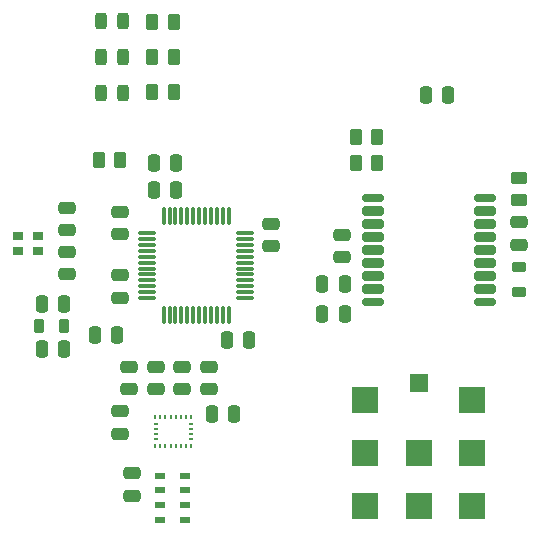
<source format=gbr>
%TF.GenerationSoftware,KiCad,Pcbnew,8.0.3*%
%TF.CreationDate,2024-07-11T15:18:24-04:00*%
%TF.ProjectId,SensorBoard,53656e73-6f72-4426-9f61-72642e6b6963,rev?*%
%TF.SameCoordinates,Original*%
%TF.FileFunction,Paste,Top*%
%TF.FilePolarity,Positive*%
%FSLAX46Y46*%
G04 Gerber Fmt 4.6, Leading zero omitted, Abs format (unit mm)*
G04 Created by KiCad (PCBNEW 8.0.3) date 2024-07-11 15:18:24*
%MOMM*%
%LPD*%
G01*
G04 APERTURE LIST*
G04 Aperture macros list*
%AMRoundRect*
0 Rectangle with rounded corners*
0 $1 Rounding radius*
0 $2 $3 $4 $5 $6 $7 $8 $9 X,Y pos of 4 corners*
0 Add a 4 corners polygon primitive as box body*
4,1,4,$2,$3,$4,$5,$6,$7,$8,$9,$2,$3,0*
0 Add four circle primitives for the rounded corners*
1,1,$1+$1,$2,$3*
1,1,$1+$1,$4,$5*
1,1,$1+$1,$6,$7*
1,1,$1+$1,$8,$9*
0 Add four rect primitives between the rounded corners*
20,1,$1+$1,$2,$3,$4,$5,0*
20,1,$1+$1,$4,$5,$6,$7,0*
20,1,$1+$1,$6,$7,$8,$9,0*
20,1,$1+$1,$8,$9,$2,$3,0*%
G04 Aperture macros list end*
%ADD10RoundRect,0.250000X-0.250000X-0.475000X0.250000X-0.475000X0.250000X0.475000X-0.250000X0.475000X0*%
%ADD11RoundRect,0.250000X0.475000X-0.250000X0.475000X0.250000X-0.475000X0.250000X-0.475000X-0.250000X0*%
%ADD12RoundRect,0.243750X-0.243750X-0.456250X0.243750X-0.456250X0.243750X0.456250X-0.243750X0.456250X0*%
%ADD13RoundRect,0.250000X-0.262500X-0.450000X0.262500X-0.450000X0.262500X0.450000X-0.262500X0.450000X0*%
%ADD14R,0.230000X0.350000*%
%ADD15R,0.350000X0.230000*%
%ADD16RoundRect,0.250000X-0.450000X0.262500X-0.450000X-0.262500X0.450000X-0.262500X0.450000X0.262500X0*%
%ADD17RoundRect,0.250000X-0.475000X0.250000X-0.475000X-0.250000X0.475000X-0.250000X0.475000X0.250000X0*%
%ADD18RoundRect,0.250000X0.250000X0.475000X-0.250000X0.475000X-0.250000X-0.475000X0.250000X-0.475000X0*%
%ADD19RoundRect,0.175000X-0.725000X-0.175000X0.725000X-0.175000X0.725000X0.175000X-0.725000X0.175000X0*%
%ADD20RoundRect,0.200000X-0.700000X-0.200000X0.700000X-0.200000X0.700000X0.200000X-0.700000X0.200000X0*%
%ADD21R,0.950000X0.550000*%
%ADD22RoundRect,0.218750X0.218750X0.381250X-0.218750X0.381250X-0.218750X-0.381250X0.218750X-0.381250X0*%
%ADD23RoundRect,0.218750X-0.381250X0.218750X-0.381250X-0.218750X0.381250X-0.218750X0.381250X0.218750X0*%
%ADD24R,0.900000X0.800000*%
%ADD25R,1.500000X1.500000*%
%ADD26R,2.300000X2.300000*%
%ADD27RoundRect,0.075000X-0.662500X-0.075000X0.662500X-0.075000X0.662500X0.075000X-0.662500X0.075000X0*%
%ADD28RoundRect,0.075000X-0.075000X-0.662500X0.075000X-0.662500X0.075000X0.662500X-0.075000X0.662500X0*%
G04 APERTURE END LIST*
D10*
%TO.C,C22*%
X91250000Y-84250000D03*
X93150000Y-84250000D03*
%TD*%
D11*
%TO.C,C21*%
X91000000Y-82150000D03*
X91000000Y-80250000D03*
%TD*%
D12*
%TO.C,D3*%
X81875000Y-57040000D03*
X83750000Y-57040000D03*
%TD*%
D13*
%TO.C,R6*%
X86175000Y-57000000D03*
X88000000Y-57000000D03*
%TD*%
D11*
%TO.C,C5*%
X83500000Y-69000000D03*
X83500000Y-67100000D03*
%TD*%
D14*
%TO.C,U4*%
X86460000Y-84500000D03*
D15*
X86490000Y-85080000D03*
X86490000Y-85510000D03*
X86490000Y-85940000D03*
X86490000Y-86370000D03*
D14*
X86460000Y-86950000D03*
X86890000Y-86950000D03*
X87320000Y-86950000D03*
X87750000Y-86950000D03*
X88180000Y-86950000D03*
X88610000Y-86950000D03*
X89040000Y-86950000D03*
X89470000Y-86950000D03*
D15*
X89440000Y-86370000D03*
X89440000Y-85940000D03*
X89440000Y-85510000D03*
X89440000Y-85080000D03*
D14*
X89470000Y-84500000D03*
X89040000Y-84500000D03*
X88610000Y-84500000D03*
X88180000Y-84500000D03*
X87750000Y-84500000D03*
X87320000Y-84500000D03*
X86890000Y-84500000D03*
%TD*%
D10*
%TO.C,C17*%
X81350000Y-77500000D03*
X83250000Y-77500000D03*
%TD*%
%TO.C,C8*%
X78750000Y-78750000D03*
X76850000Y-78750000D03*
%TD*%
D12*
%TO.C,D1*%
X81875000Y-50960000D03*
X83750000Y-50960000D03*
%TD*%
D16*
%TO.C,R9*%
X117250000Y-64250000D03*
X117250000Y-66075000D03*
%TD*%
D10*
%TO.C,C2*%
X86350000Y-65250000D03*
X88250000Y-65250000D03*
%TD*%
D17*
%TO.C,C10*%
X79000000Y-66750000D03*
X79000000Y-68650000D03*
%TD*%
D18*
%TO.C,C9*%
X111250000Y-57250000D03*
X109350000Y-57250000D03*
%TD*%
D10*
%TO.C,C1*%
X86350000Y-63000000D03*
X88250000Y-63000000D03*
%TD*%
D11*
%TO.C,C6*%
X83500000Y-74400000D03*
X83500000Y-72500000D03*
%TD*%
D19*
%TO.C,U3*%
X104880000Y-65980000D03*
D20*
X104880000Y-67080000D03*
X104880000Y-68180000D03*
X104880000Y-69280000D03*
X104880000Y-70380000D03*
X104880000Y-71480000D03*
X104880000Y-72580000D03*
X104880000Y-73680000D03*
D19*
X104880000Y-74780000D03*
X114380000Y-74780000D03*
D20*
X114380000Y-73680000D03*
X114380000Y-72580000D03*
X114380000Y-71480000D03*
X114380000Y-70380000D03*
X114380000Y-69280000D03*
X114380000Y-68180000D03*
X114380000Y-67080000D03*
D19*
X114380000Y-65980000D03*
%TD*%
D13*
%TO.C,R4*%
X103425000Y-60750000D03*
X105250000Y-60750000D03*
%TD*%
%TO.C,R2*%
X86175000Y-51000000D03*
X88000000Y-51000000D03*
%TD*%
D11*
%TO.C,C19*%
X83500000Y-85900000D03*
X83500000Y-84000000D03*
%TD*%
%TO.C,C11*%
X79000000Y-72400000D03*
X79000000Y-70500000D03*
%TD*%
D21*
%TO.C,U2*%
X86850000Y-89450000D03*
X86850000Y-90700000D03*
X86850000Y-91950000D03*
X86850000Y-93200000D03*
X89000000Y-93200000D03*
X89000000Y-91950000D03*
X89000000Y-90700000D03*
X89000000Y-89450000D03*
%TD*%
D13*
%TO.C,R5*%
X103425000Y-63000000D03*
X105250000Y-63000000D03*
%TD*%
D22*
%TO.C,FB1*%
X78750000Y-76750000D03*
X76625000Y-76750000D03*
%TD*%
D17*
%TO.C,C16*%
X117250000Y-68000000D03*
X117250000Y-69900000D03*
%TD*%
%TO.C,C12*%
X84500000Y-89250000D03*
X84500000Y-91150000D03*
%TD*%
D18*
%TO.C,C7*%
X78750000Y-74875000D03*
X76850000Y-74875000D03*
%TD*%
D12*
%TO.C,D2*%
X81875000Y-54000000D03*
X83750000Y-54000000D03*
%TD*%
D23*
%TO.C,L1*%
X117250000Y-71750000D03*
X117250000Y-73875000D03*
%TD*%
D11*
%TO.C,C20*%
X88750000Y-82150000D03*
X88750000Y-80250000D03*
%TD*%
%TO.C,C18*%
X84250000Y-82150000D03*
X84250000Y-80250000D03*
%TD*%
D18*
%TO.C,C15*%
X102500000Y-73250000D03*
X100600000Y-73250000D03*
%TD*%
D24*
%TO.C,Y1*%
X76500000Y-69150000D03*
X74850000Y-69150000D03*
X74850000Y-70400000D03*
X76500000Y-70400000D03*
%TD*%
D18*
%TO.C,C14*%
X102500000Y-75750000D03*
X100600000Y-75750000D03*
%TD*%
D11*
%TO.C,C23*%
X86500000Y-82150000D03*
X86500000Y-80250000D03*
%TD*%
D13*
%TO.C,R1*%
X81675000Y-62750000D03*
X83500000Y-62750000D03*
%TD*%
D18*
%TO.C,C4*%
X94400000Y-78000000D03*
X92500000Y-78000000D03*
%TD*%
D25*
%TO.C,Antenna1*%
X108750000Y-81600000D03*
D26*
X113250000Y-83000000D03*
X104250000Y-83000000D03*
X113250000Y-87500000D03*
X108750000Y-87500000D03*
X104250000Y-87500000D03*
X113250000Y-92000000D03*
X108750000Y-92000000D03*
X104250000Y-92000000D03*
%TD*%
D17*
%TO.C,C3*%
X96250000Y-68100000D03*
X96250000Y-70000000D03*
%TD*%
D13*
%TO.C,R3*%
X86175000Y-54000000D03*
X88000000Y-54000000D03*
%TD*%
D27*
%TO.C,U1*%
X85750000Y-68912500D03*
X85750000Y-69412500D03*
X85750000Y-69912500D03*
X85750000Y-70412500D03*
X85750000Y-70912500D03*
X85750000Y-71412500D03*
X85750000Y-71912500D03*
X85750000Y-72412500D03*
X85750000Y-72912500D03*
X85750000Y-73412500D03*
X85750000Y-73912500D03*
X85750000Y-74412500D03*
D28*
X87162500Y-75825000D03*
X87662500Y-75825000D03*
X88162500Y-75825000D03*
X88662500Y-75825000D03*
X89162500Y-75825000D03*
X89662500Y-75825000D03*
X90162500Y-75825000D03*
X90662500Y-75825000D03*
X91162500Y-75825000D03*
X91662500Y-75825000D03*
X92162500Y-75825000D03*
X92662500Y-75825000D03*
D27*
X94075000Y-74412500D03*
X94075000Y-73912500D03*
X94075000Y-73412500D03*
X94075000Y-72912500D03*
X94075000Y-72412500D03*
X94075000Y-71912500D03*
X94075000Y-71412500D03*
X94075000Y-70912500D03*
X94075000Y-70412500D03*
X94075000Y-69912500D03*
X94075000Y-69412500D03*
X94075000Y-68912500D03*
D28*
X92662500Y-67500000D03*
X92162500Y-67500000D03*
X91662500Y-67500000D03*
X91162500Y-67500000D03*
X90662500Y-67500000D03*
X90162500Y-67500000D03*
X89662500Y-67500000D03*
X89162500Y-67500000D03*
X88662500Y-67500000D03*
X88162500Y-67500000D03*
X87662500Y-67500000D03*
X87162500Y-67500000D03*
%TD*%
D11*
%TO.C,C13*%
X102250000Y-70950000D03*
X102250000Y-69050000D03*
%TD*%
M02*

</source>
